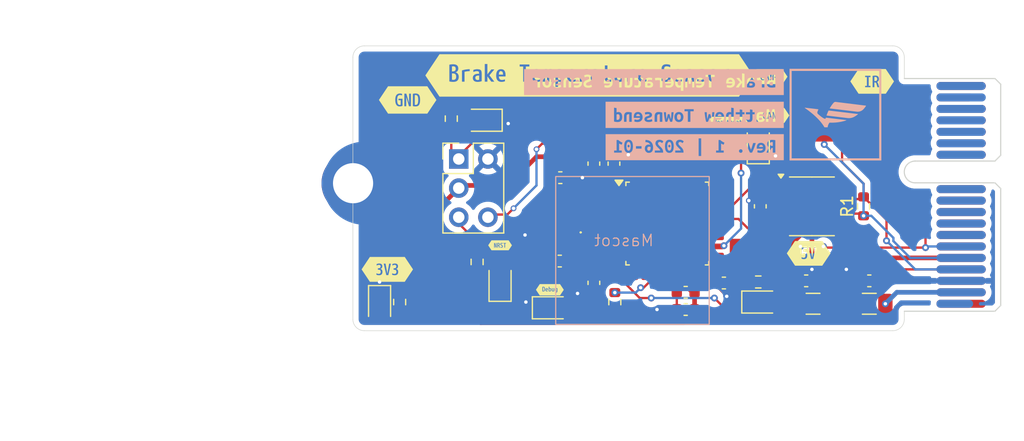
<source format=kicad_pcb>
(kicad_pcb (version 20241229) (generator "pcbnew") (generator_version "9.0")
  (layers (0 "F.Cu" signal) (2 "B.Cu" signal) (13 "F.Paste" user) (15 "B.Paste" user) (5 "F.SilkS" user "F.Silkscreen") (7 "B.SilkS" user "B.Silkscreen") (1 "F.Mask" user) (3 "B.Mask" user) (25 "Edge.Cuts" user))
  (net 0 "")
  (net 1 "+5V")
  (net 2 "GND")
  (net 3 "+3V3")
  (net 4 "/CAN_TX")
  (net 5 "/CAN_RX")
  (net 6 "/NRST")
  (net 7 "Net-(U2-PF1-OSC_OUT)")
  (net 8 "Net-(U2-PF0-OSC_IN)")
  (net 9 "/IR Output - PA0")
  (net 10 "Net-(J1-CAN-)")
  (net 11 "Net-(J1-CAN+)")
  (net 12 "/SWDIO")
  (net 13 "/SWCLK")
  (net 14 "Net-(J1-5V)")
  (net 15 "Net-(J1-3.3V)")
  (net 21 "Net-(D1-A)")
  (net 24 "Net-(D2-A)")
  (net 64 "Net-(D3-A)")
  (net 65 "Net-(D4-A)")
  (net 66 "Net-(D5-A)")
  (net 67 "Net-(D6-A)")
  (net 68 "/Heartbeat LED")
  (net 69 "/Debug LED")
  (footprint "OEM:C_0603_1608Metric" (layer "F.Cu") (at 256.755 37.59 180)
    (property "Reference" "C2" (hide yes))
    (property "Value" "C_0.1uF")
    (pad "1" smd roundrect (at -0.775 0 180) (size 0.9 0.95) (layers "F.Cu" "F.Mask" "F.Paste") (net 3 "+3V3"))
    (pad "2" smd roundrect (at 0.775 0 180) (size 0.9 0.95) (layers "F.Cu" "F.Mask" "F.Paste") (net 2 "GND"))
  )
  (footprint "OEM:LQFP-32_7x7mm_P0.8mm" (layer "F.Cu") (at 251.825 32.4)
    (property "Reference" "U2" (hide yes))
    (property "Value" "STM32G441KBT6")
    (pad "1" smd roundrect (at -4.175 -2.8) (size 1.5 0.5) (layers "F.Cu" "F.Mask" "F.Paste") (net 3 "+3V3"))
    (pad "2" smd roundrect (at -4.175 -2) (size 1.5 0.5) (layers "F.Cu" "F.Mask" "F.Paste") (net 8 "Net-(U2-PF0-OSC_IN)"))
    (pad "3" smd roundrect (at -4.175 -1.2) (size 1.5 0.5) (layers "F.Cu" "F.Mask" "F.Paste") (net 7 "Net-(U2-PF1-OSC_OUT)"))
    (pad "4" smd roundrect (at -4.175 -0.4) (size 1.5 0.5) (layers "F.Cu" "F.Mask" "F.Paste") (net 6 "/NRST"))
    (pad "5" smd roundrect (at -4.175 0.4) (size 1.5 0.5) (layers "F.Cu" "F.Mask" "F.Paste") (net 9 "/IR Output - PA0"))
    (pad "6" smd roundrect (at -4.175 1.2) (size 1.5 0.5) (layers "F.Cu" "F.Mask" "F.Paste"))
    (pad "7" smd roundrect (at -4.175 2) (size 1.5 0.5) (layers "F.Cu" "F.Mask" "F.Paste"))
    (pad "8" smd roundrect (at -4.175 2.8) (size 1.5 0.5) (layers "F.Cu" "F.Mask" "F.Paste"))
    (pad "9" smd roundrect (at -2.8 4.175) (size 0.5 1.5) (layers "F.Cu" "F.Mask" "F.Paste"))
    (pad "10" smd roundrect (at -2 4.175) (size 0.5 1.5) (layers "F.Cu" "F.Mask" "F.Paste"))
    (pad "11" smd roundrect (at -1.2 4.175) (size 0.5 1.5) (layers "F.Cu" "F.Mask" "F.Paste") (net 69 "/Debug LED"))
    (pad "12" smd roundrect (at -0.4 4.175) (size 0.5 1.5) (layers "F.Cu" "F.Mask" "F.Paste"))
    (pad "13" smd roundrect (at 0.4 4.175) (size 0.5 1.5) (layers "F.Cu" "F.Mask" "F.Paste"))
    (pad "14" smd roundrect (at 1.2 4.175) (size 0.5 1.5) (layers "F.Cu" "F.Mask" "F.Paste") (net 2 "GND"))
    (pad "15" smd roundrect (at 2 4.175) (size 0.5 1.5) (layers "F.Cu" "F.Mask" "F.Paste") (net 3 "+3V3"))
    (pad "16" smd roundrect (at 2.8 4.175) (size 0.5 1.5) (layers "F.Cu" "F.Mask" "F.Paste") (net 2 "GND"))
    (pad "17" smd roundrect (at 4.175 2.8) (size 1.5 0.5) (layers "F.Cu" "F.Mask" "F.Paste") (net 3 "+3V3"))
    (pad "18" smd roundrect (at 4.175 2) (size 1.5 0.5) (layers "F.Cu" "F.Mask" "F.Paste") (net 68 "/Heartbeat LED"))
    (pad "19" smd roundrect (at 4.175 1.2) (size 1.5 0.5) (layers "F.Cu" "F.Mask" "F.Paste"))
    (pad "20" smd roundrect (at 4.175 0.4) (size 1.5 0.5) (layers "F.Cu" "F.Mask" "F.Paste"))
    (pad "21" smd roundrect (at 4.175 -0.4) (size 1.5 0.5) (layers "F.Cu" "F.Mask" "F.Paste") (net 5 "/CAN_RX"))
    (pad "22" smd roundrect (at 4.175 -1.2) (size 1.5 0.5) (layers "F.Cu" "F.Mask" "F.Paste") (net 4 "/CAN_TX"))
    (pad "23" smd roundrect (at 4.175 -2) (size 1.5 0.5) (layers "F.Cu" "F.Mask" "F.Paste") (net 12 "/SWDIO"))
    (pad "24" smd roundrect (at 4.175 -2.8) (size 1.5 0.5) (layers "F.Cu" "F.Mask" "F.Paste") (net 13 "/SWCLK"))
    (pad "25" smd roundrect (at 2.8 -4.175) (size 0.5 1.5) (layers "F.Cu" "F.Mask" "F.Paste"))
    (pad "26" smd roundrect (at 2 -4.175) (size 0.5 1.5) (layers "F.Cu" "F.Mask" "F.Paste"))
    (pad "27" smd roundrect (at 1.2 -4.175) (size 0.5 1.5) (layers "F.Cu" "F.Mask" "F.Paste"))
    (pad "28" smd roundrect (at 0.4 -4.175) (size 0.5 1.5) (layers "F.Cu" "F.Mask" "F.Paste"))
    (pad "29" smd roundrect (at -0.4 -4.175) (size 0.5 1.5) (layers "F.Cu" "F.Mask" "F.Paste"))
    (pad "30" smd roundrect (at -1.2 -4.175) (size 0.5 1.5) (layers "F.Cu" "F.Mask" "F.Paste"))
    (pad "31" smd roundrect (at -2 -4.175) (size 0.5 1.5) (layers "F.Cu" "F.Mask" "F.Paste"))
    (pad "32" smd roundrect (at -2.8 -4.175) (size 0.5 1.5) (layers "F.Cu" "F.Mask" "F.Paste") (net 2 "GND"))
  )
  (footprint "kibuzzard-697E6E94" (layer "F.Cu") (at 269.675 20)
    (property "Reference" "kibuzzard-697E6E94" (hide yes))
    (property "Value" "G***" (hide yes))
  )
  (footprint "kibuzzard-697E6FE4" (layer "F.Cu") (at 245.02 19.48)
    (property "Reference" "kibuzzard-697E6FE4" (hide yes))
    (property "Value" "G***" (hide yes))
  )
  (footprint "kibuzzard-697E6EEF" (layer "F.Cu") (at 264.14 35)
    (property "Reference" "kibuzzard-697E6EEF" (hide yes))
    (property "Value" "G***" (hide yes))
  )
  (footprint "OEM:D_0805_2012Metric" (layer "F.Cu") (at 235.75 23.39 180)
    (property "Reference" "D6" (hide yes))
    (property "Value" "D_Red_LED")
    (pad "1" smd roundrect (at -0.9375 0 180) (size 0.975 1.4) (layers "F.Cu" "F.Mask" "F.Paste") (net 2 "GND"))
    (pad "2" smd roundrect (at 0.9375 0 180) (size 0.975 1.4) (layers "F.Cu" "F.Mask" "F.Paste") (net 67 "Net-(D6-A)"))
  )
  (footprint "OEM:R_0603_1608Metric" (layer "F.Cu") (at 235.25 35.75 -90)
    (property "Reference" "R6" (hide yes))
    (property "Value" "R_1k")
    (pad "1" smd roundrect (at -0.825 0 270) (size 0.8 0.95) (layers "F.Cu" "F.Mask" "F.Paste") (net 6 "/NRST"))
    (pad "2" smd roundrect (at 0.825 0 270) (size 0.8 0.95) (layers "F.Cu" "F.Mask" "F.Paste") (net 66 "Net-(D5-A)"))
  )
  (footprint "OEM:R_0603_1608Metric" (layer "F.Cu") (at 233 23.25 90)
    (property "Reference" "R7" (hide yes))
    (property "Value" "R_1k")
    (pad "1" smd roundrect (at -0.825 0 90) (size 0.8 0.95) (layers "F.Cu" "F.Mask" "F.Paste") (net 12 "/SWDIO"))
    (pad "2" smd roundrect (at 0.825 0 90) (size 0.8 0.95) (layers "F.Cu" "F.Mask" "F.Paste") (net 67 "Net-(D6-A)"))
  )
  (footprint "OEM:R_0603_1608Metric" (layer "F.Cu") (at 258 25.75 90)
    (property "Reference" "R4" (hide yes))
    (property "Value" "R_1k")
    (pad "1" smd roundrect (at -0.825 0 90) (size 0.8 0.95) (layers "F.Cu" "F.Mask" "F.Paste") (net 68 "/Heartbeat LED"))
    (pad "2" smd roundrect (at 0.825 0 90) (size 0.8 0.95) (layers "F.Cu" "F.Mask" "F.Paste") (net 64 "Net-(D3-A)"))
  )
  (footprint "kibuzzard-69816083" (layer "F.Cu") (at 237.25 34.3)
    (property "Reference" "kibuzzard-69816083" (hide yes))
    (property "Value" "G***" (hide yes))
  )
  (footprint "OEM:D_0805_2012Metric" (layer "F.Cu") (at 237.25 37.5 90)
    (property "Reference" "D5" (hide yes))
    (property "Value" "D_Red_LED")
    (pad "1" smd roundrect (at -0.9375 0 90) (size 0.975 1.4) (layers "F.Cu" "F.Mask" "F.Paste") (net 2 "GND"))
    (pad "2" smd roundrect (at 0.9375 0 90) (size 0.975 1.4) (layers "F.Cu" "F.Mask" "F.Paste") (net 66 "Net-(D5-A)"))
  )
  (footprint "OEM:TP_Hook_SMD" (layer "F.Cu") (at 264.5 23.75)
    (property "Reference" "TP5" (hide yes))
    (property "Value" "TP_SMD")
    (pad "1" smd rect (at 0 0) (size 4.5 3) (layers "F.Cu" "F.Mask" "F.Paste") (net 10 "Net-(J1-CAN-)"))
  )
  (footprint "OEM:Fuse_1206_3216Metric" (layer "F.Cu") (at 264.525 39.4)
    (property "Reference" "F1" (hide yes))
    (property "Value" "F_500mA_8V")
    (pad "1" smd roundrect (at -1.4 0) (size 1.25 1.75) (layers "F.Cu" "F.Mask" "F.Paste") (roundrect_rratio 0.2) (net 1 "+5V"))
    (pad "2" smd roundrect (at 1.4 0) (size 1.25 1.75) (layers "F.Cu" "F.Mask" "F.Paste") (roundrect_rratio 0.2) (net 14 "Net-(J1-5V)"))
  )
  (footprint "OEM:D_0805_2012Metric" (layer "F.Cu") (at 226.75 39.5 -90)
    (property "Reference" "D2" (hide yes))
    (property "Value" "D_Red_LED")
    (pad "1" smd roundrect (at -0.9375 0 270) (size 0.975 1.4) (layers "F.Cu" "F.Mask" "F.Paste") (net 2 "GND"))
    (pad "2" smd roundrect (at 0.9375 0 270) (size 0.975 1.4) (layers "F.Cu" "F.Mask" "F.Paste") (net 24 "Net-(D2-A)"))
  )
  (footprint "OEM:D_0805_2012Metric" (layer "F.Cu") (at 241.75 39.75)
    (property "Reference" "D4" (hide yes))
    (property "Value" "D_Red_LED")
    (pad "1" smd roundrect (at -0.9375 0) (size 0.975 1.4) (layers "F.Cu" "F.Mask" "F.Paste") (net 2 "GND"))
    (pad "2" smd roundrect (at 0.9375 0) (size 0.975 1.4) (layers "F.Cu" "F.Mask" "F.Paste") (net 65 "Net-(D4-A)"))
  )
  (footprint "OEM:D_0805_2012Metric" (layer "F.Cu") (at 259.75 25.5 90)
    (property "Reference" "D3" (hide yes))
    (property "Value" "D_Red_LED")
    (pad "1" smd roundrect (at -0.9375 0 90) (size 0.975 1.4) (layers "F.Cu" "F.Mask" "F.Paste") (net 2 "GND"))
    (pad "2" smd roundrect (at 0.9375 0 90) (size 0.975 1.4) (layers "F.Cu" "F.Mask" "F.Paste") (net 64 "Net-(D3-A)"))
  )
  (footprint "OEM:C_0603_1608Metric" (layer "F.Cu") (at 253.425 39.9 180)
    (property "Reference" "C5" (hide yes))
    (property "Value" "C_1uF")
    (pad "1" smd roundrect (at -0.775 0 180) (size 0.9 0.95) (layers "F.Cu" "F.Mask" "F.Paste") (net 3 "+3V3"))
    (pad "2" smd roundrect (at 0.775 0 180) (size 0.9 0.95) (layers "F.Cu" "F.Mask" "F.Paste") (net 2 "GND"))
  )
  (footprint "OEM:C_0603_1608Metric" (layer "F.Cu") (at 259.925 30.9 90)
    (property "Reference" "C1" (hide yes))
    (property "Value" "C_0.1uF")
    (pad "1" smd roundrect (at -0.775 0 90) (size 0.9 0.95) (layers "F.Cu" "F.Mask" "F.Paste") (net 1 "+5V"))
    (pad "2" smd roundrect (at 0.775 0 90) (size 0.9 0.95) (layers "F.Cu" "F.Mask" "F.Paste") (net 2 "GND"))
  )
  (footprint "OEM:TP_Hook_SMD" (layer "F.Cu") (at 229.25 24.5)
    (property "Reference" "TP6" (hide yes))
    (property "Value" "TP_SMD")
    (pad "1" smd rect (at 0 0) (size 4.5 3) (layers "F.Cu" "F.Mask" "F.Paste") (net 2 "GND"))
  )
  (footprint "OEM:C_0603_1608Metric" (layer "F.Cu") (at 263.925 37.4)
    (property "Reference" "C10" (hide yes))
    (property "Value" "C_10uF_10V")
    (pad "1" smd roundrect (at -0.775 0) (size 0.9 0.95) (layers "F.Cu" "F.Mask" "F.Paste") (net 1 "+5V"))
    (pad "2" smd roundrect (at 0.775 0) (size 0.9 0.95) (layers "F.Cu" "F.Mask" "F.Paste") (net 2 "GND"))
  )
  (footprint "OEM:TP_Hook_SMD" (layer "F.Cu") (at 231.975 36.41)
    (property "Reference" "TP3" (hide yes))
    (property "Value" "TP_SMD")
    (pad "1" smd rect (at 0 0) (size 4.5 3) (layers "F.Cu" "F.Mask" "F.Paste") (net 3 "+3V3"))
  )
  (footprint "OEM:C_0603_1608Metric" (layer "F.Cu") (at 242.5 28.4)
    (property "Reference" "C9" (hide yes))
    (property "Value" "C_30pF")
    (pad "1" smd roundrect (at -0.775 0) (size 0.9 0.95) (layers "F.Cu" "F.Mask" "F.Paste") (net 8 "Net-(U2-PF0-OSC_IN)"))
    (pad "2" smd roundrect (at 0.775 0) (size 0.9 0.95) (layers "F.Cu" "F.Mask" "F.Paste") (net 2 "GND"))
  )
  (footprint "kibuzzard-69816079" (layer "F.Cu") (at 241.59 38.18)
    (property "Reference" "kibuzzard-69816079" (hide yes))
    (property "Value" "G***" (hide yes))
  )
  (footprint "OEM:TP_Hook_SMD" (layer "F.Cu") (at 259.515 35.23)
    (property "Reference" "TP2" (hide yes))
    (property "Value" "TP_SMD")
    (pad "1" smd rect (at 0 0) (size 4.5 3) (layers "F.Cu" "F.Mask" "F.Paste") (net 1 "+5V"))
  )
  (footprint "OEM:R_0603_1608Metric" (layer "F.Cu") (at 259.75 37.5)
    (property "Reference" "R2" (hide yes))
    (property "Value" "R_1k")
    (pad "1" smd roundrect (at -0.825 0) (size 0.8 0.95) (layers "F.Cu" "F.Mask" "F.Paste") (net 1 "+5V"))
    (pad "2" smd roundrect (at 0.825 0) (size 0.8 0.95) (layers "F.Cu" "F.Mask" "F.Paste") (net 21 "Net-(D1-A)"))
  )
  (footprint "OEM:J_PCIe_x1_Key" (layer "F.Cu") (at 277.425 39.4 90)
    (property "Reference" "J1" (hide yes))
    (property "Value" "J_PCIe_x1")
    (fp_line (start 19.65 -4.95) (end 19.65 2.95) (stroke (width 0.1)) (layer "Edge.Cuts"))
    (fp_line (start -0.65 -4.95) (end -0.65 2.95) (stroke (width 0.1)) (layer "Edge.Cuts"))
    (fp_line (start 12.45 -4) (end 12.45 2.95) (stroke (width 0.1)) (layer "Edge.Cuts"))
    (fp_line (start 10.55 -4) (end 10.55 2.95) (stroke (width 0.1)) (layer "Edge.Cuts"))
    (fp_line (start 19.65 2.95) (end 19.15 3.45) (stroke (width 0.1)) (layer "Edge.Cuts"))
    (fp_line (start 12.45 2.95) (end 12.95 3.45) (stroke (width 0.1)) (layer "Edge.Cuts"))
    (fp_line (start 10.55 2.95) (end 10.05 3.45) (stroke (width 0.1)) (layer "Edge.Cuts"))
    (fp_line (start -0.65 2.95) (end -0.15 3.45) (stroke (width 0.1)) (layer "Edge.Cuts"))
    (fp_line (start 12.95 3.45) (end 19.15 3.45) (stroke (width 0.1)) (layer "Edge.Cuts"))
    (fp_line (start -0.15 3.45) (end 10.05 3.45) (stroke (width 0.1)) (layer "Edge.Cuts"))
    (fp_arc (start 10.55 -4) (mid 11.5 -4.95) (end 12.45 -4) (stroke (width 0.1)) (layer "Edge.Cuts"))
    (pad "A1" connect oval (at 0 -0.55 90) (size 0.7 3.2) (layers "B.Cu" "B.Mask"))
    (pad "A2" connect oval (at 1 0 90) (size 0.7 4.3) (layers "B.Cu" "B.Mask") (net 15 "Net-(J1-3.3V)"))
    (pad "A3" connect oval (at 2 0 90) (size 0.7 4.3) (layers "B.Cu" "B.Mask") (net 2 "GND"))
    (pad "A4" connect oval (at 3 0 90) (size 0.7 4.3) (layers "B.Cu" "B.Mask") (net 11 "Net-(J1-CAN+)"))
    (pad "A5" connect oval (at 4 0 90) (size 0.7 4.3) (layers "B.Cu" "B.Mask") (net 10 "Net-(J1-CAN-)"))
    (pad "A6" connect oval (at 5 0 90) (size 0.7 4.3) (layers "B.Cu" "B.Mask") (net 9 "/IR Output - PA0"))
    (pad "A7" connect oval (at 6 0 90) (size 0.7 4.3) (layers "B.Cu" "B.Mask"))
    (pad "A8" connect oval (at 7 0 90) (size 0.7 4.3) (layers "B.Cu" "B.Mask"))
    (pad "A9" connect oval (at 8 0 90) (size 0.7 4.3) (layers "B.Cu" "B.Mask"))
    (pad "A10" connect oval (at 9 0 90) (size 0.7 4.3) (layers "B.Cu" "B.Mask"))
    (pad "A11" connect oval (at 10 0 90) (size 0.7 4.3) (layers "B.Cu" "B.Mask"))
    (pad "A12" connect oval (at 13 0 90) (size 0.7 4.3) (layers "B.Cu" "B.Mask"))
    (pad "A13" connect oval (at 14 0 90) (size 0.7 4.3) (layers "B.Cu" "B.Mask"))
    (pad "A14" connect oval (at 15 0 90) (size 0.7 4.3) (layers "B.Cu" "B.Mask"))
    (pad "A15" connect oval (at 16 0 90) (size 0.7 4.3) (layers "B.Cu" "B.Mask"))
    (pad "A16" connect oval (at 17 0 90) (size 0.7 4.3) (layers "B.Cu" "B.Mask"))
    (pad "A17" connect oval (at 18 0 90) (size 0.7 4.3) (layers "B.Cu" "B.Mask"))
    (pad "A18" connect oval (at 19 0 90) (size 0.7 4.3) (layers "B.Cu" "B.Mask"))
    (pad "B1" connect oval (at 0 0 90) (size 0.7 4.3) (layers "F.Cu" "F.Mask"))
    (pad "B2" connect oval (at 1 0 90) (size 0.7 4.3) (layers "F.Cu" "F.Mask"))
    (pad "B3" connect oval (at 2 0 90) (size 0.7 4.3) (layers "F.Cu" "F.Mask"))
    (pad "B4" connect oval (at 3 0 90) (size 0.7 4.3) (layers "F.Cu" "F.Mask") (net 2 "GND"))
    (pad "B5" connect oval (at 4 0 90) (size 0.7 4.3) (layers "F.Cu" "F.Mask") (net 14 "Net-(J1-5V)"))
    (pad "B6" connect oval (at 5 0 90) (size 0.7 4.3) (layers "F.Cu" "F.Mask"))
    (pad "B7" connect oval (at 6 0 90) (size 0.7 4.3) (layers "F.Cu" "F.Mask"))
    (pad "B8" connect oval (at 7 0 90) (size 0.7 4.3) (layers "F.Cu" "F.Mask"))
    (pad "B9" connect oval (at 8 0 90) (size 0.7 4.3) (layers "F.Cu" "F.Mask"))
    (pad "B10" connect oval (at 9 0 90) (size 0.7 4.3) (layers "F.Cu" "F.Mask"))
    (pad "B11" connect oval (at 10 0 90) (size 0.7 4.3) (layers "F.Cu" "F.Mask"))
    (pad "B12" connect oval (at 13 0 90) (size 0.7 4.3) (layers "F.Cu" "F.Mask"))
    (pad "B13" connect oval (at 14 0 90) (size 0.7 4.3) (layers "F.Cu" "F.Mask"))
    (pad "B14" connect oval (at 15 0 90) (size 0.7 4.3) (layers "F.Cu" "F.Mask"))
    (pad "B15" connect oval (at 16 0 90) (size 0.7 4.3) (layers "F.Cu" "F.Mask"))
    (pad "B16" connect oval (at 17 0 90) (size 0.7 4.3) (layers "F.Cu" "F.Mask"))
    (pad "B17" connect oval (at 18 -0.55 90) (size 0.7 3.2) (layers "F.Cu" "F.Mask"))
    (pad "B18" connect oval (at 19 0 90) (size 0.7 4.3) (layers "F.Cu" "F.Mask"))
  )
  (footprint "OEM:C_0603_1608Metric" (layer "F.Cu") (at 247.175 27.175 90)
    (property "Reference" "C4" (hide yes))
    (property "Value" "C_0.1uF")
    (pad "1" smd roundrect (at -0.775 0 90) (size 0.9 0.95) (layers "F.Cu" "F.Mask" "F.Paste") (net 3 "+3V3"))
    (pad "2" smd roundrect (at 0.775 0 90) (size 0.9 0.95) (layers "F.Cu" "F.Mask" "F.Paste") (net 2 "GND"))
  )
  (footprint "OEM:H_MountingHole" (layer "F.Cu") (at 224.425 28.884 90)
    (property "Reference" "H1" (hide yes))
    (property "Value" "H_MountingHole" (hide yes))
    (pad "1" thru_hole circle (at 0 0.016 90) (size 5.499999 5.499999) (drill 3.500001) (layers "*.Cu" "*.Mask") (net 2 "GND"))
    (pad "1" smd circle (at 0 1.016 90) (size 7.249998 7.249998) (layers "B.Cu" "B.Mask") (net 2 "GND"))
  )
  (footprint "OEM:Fuse_1206_3216Metric" (layer "F.Cu") (at 269.425 39.4)
    (property "Reference" "F2" (hide yes))
    (property "Value" "F_500mA_8V")
    (pad "1" smd roundrect (at -1.4 0) (size 1.25 1.75) (layers "F.Cu" "F.Mask" "F.Paste") (roundrect_rratio 0.2) (net 3 "+3V3"))
    (pad "2" smd roundrect (at 1.4 0) (size 1.25 1.75) (layers "F.Cu" "F.Mask" "F.Paste") (roundrect_rratio 0.2) (net 15 "Net-(J1-3.3V)"))
  )
  (footprint "kibuzzard-697E6F70" (layer "F.Cu") (at 227.425 36.4)
    (property "Reference" "kibuzzard-697E6F70" (hide yes))
    (property "Value" "G***" (hide yes))
  )
  (footprint "OEM:C_0603_1608Metric" (layer "F.Cu") (at 242.45 35.675 180)
    (property "Reference" "C8" (hide yes))
    (property "Value" "C_30pF")
    (pad "1" smd roundrect (at -0.775 0 180) (size 0.9 0.95) (layers "F.Cu" "F.Mask" "F.Paste") (net 7 "Net-(U2-PF1-OSC_OUT)"))
    (pad "2" smd roundrect (at 0.775 0 180) (size 0.9 0.95) (layers "F.Cu" "F.Mask" "F.Paste") (net 2 "GND"))
  )
  (footprint "kibuzzard-69815FF8" (layer "F.Cu") (at 260.92 22.97)
    (property "Reference" "kibuzzard-69815FF8" (hide yes))
    (property "Value" "G***" (hide yes))
  )
  (footprint "OEM:R_0603_1608Metric" (layer "F.Cu") (at 228.5 39.25 -90)
    (property "Reference" "R3" (hide yes))
    (property "Value" "R_1k")
    (pad "1" smd roundrect (at -0.825 0 270) (size 0.8 0.95) (layers "F.Cu" "F.Mask" "F.Paste") (net 3 "+3V3"))
    (pad "2" smd roundrect (at 0.825 0 270) (size 0.8 0.95) (layers "F.Cu" "F.Mask" "F.Paste") (net 24 "Net-(D2-A)"))
  )
  (footprint "OEM:FA238160000MBC0 (X_16MHz_18pF_SMD - FA-238_16.0000MB-C0)" (layer "F.Cu") (at 242.425 32.075 90)
    (property "Reference" "Y1" (hide yes))
    (property "Value" "X_16MHz_18pF" (hide yes))
    (pad "1" smd rect (at -1.1 0.8 180) (size 1.2 1.4) (layers "F.Cu" "F.Mask" "F.Paste") (net 7 "Net-(U2-PF1-OSC_OUT)"))
    (pad "2" smd rect (at 1.1 0.8 180) (size 1.2 1.4) (layers "F.Cu" "F.Mask" "F.Paste") (net 2 "GND"))
    (pad "3" smd rect (at 1.1 -0.8 180) (size 1.2 1.4) (layers "F.Cu" "F.Mask" "F.Paste") (net 8 "Net-(U2-PF0-OSC_IN)"))
    (pad "4" smd rect (at -1.1 -0.8 180) (size 1.2 1.4) (layers "F.Cu" "F.Mask" "F.Paste") (net 2 "GND"))
  )
  (footprint "kibuzzard-69815FEC" (layer "F.Cu") (at 260.73 19.59)
    (property "Reference" "kibuzzard-69815FEC" (hide yes))
    (property "Value" "G***" (hide yes))
  )
  (footprint "OEM:R_0603_1608Metric" (layer "F.Cu") (at 247.25 39.25 -90)
    (property "Reference" "R5" (hide yes))
    (property "Value" "R_1k")
    (pad "1" smd roundrect (at -0.825 0 270) (size 0.8 0.95) (layers "F.Cu" "F.Mask" "F.Paste") (net 69 "/Debug LED"))
    (pad "2" smd roundrect (at 0.825 0 270) (size 0.8 0.95) (layers "F.Cu" "F.Mask" "F.Paste") (net 65 "Net-(D4-A)"))
  )
  (footprint "OEM:C_0603_1608Metric" (layer "F.Cu") (at 245.425 37.575 -90)
    (property "Reference" "C7" (hide yes))
    (property "Value" "C_0.1uF")
    (pad "1" smd roundrect (at -0.775 0 270) (size 0.9 0.95) (layers "F.Cu" "F.Mask" "F.Paste") (net 6 "/NRST"))
    (pad "2" smd roundrect (at 0.775 0 270) (size 0.9 0.95) (layers "F.Cu" "F.Mask" "F.Paste") (net 2 "GND"))
  )
  (footprint "OEM:C_0603_1608Metric" (layer "F.Cu") (at 269.425 37.4)
    (property "Reference" "C11" (hide yes))
    (property "Value" "C_10uF_10V")
    (pad "1" smd roundrect (at -0.775 0) (size 0.9 0.95) (layers "F.Cu" "F.Mask" "F.Paste") (net 3 "+3V3"))
    (pad "2" smd roundrect (at 0.775 0) (size 0.9 0.95) (layers "F.Cu" "F.Mask" "F.Paste") (net 2 "GND"))
  )
  (footprint "OEM:C_0603_1608Metric" (layer "F.Cu") (at 253.425 38.4 180)
    (property "Reference" "C3" (hide yes))
    (property "Value" "C_10nF")
    (pad "1" smd roundrect (at -0.775 0 180) (size 0.9 0.95) (layers "F.Cu" "F.Mask" "F.Paste") (net 3 "+3V3"))
    (pad "2" smd roundrect (at 0.775 0 180) (size 0.9 0.95) (layers "F.Cu" "F.Mask" "F.Paste") (net 2 "GND"))
  )
  (footprint "OEM:C_0603_1608Metric" (layer "F.Cu") (at 245.425 27.175 90)
    (property "Reference" "C6" (hide yes))
    (property "Value" "C_4.7uF")
    (pad "1" smd roundrect (at -0.775 0 90) (size 0.9 0.95) (layers "F.Cu" "F.Mask" "F.Paste") (net 3 "+3V3"))
    (pad "2" smd roundrect (at 0.775 0 90) (size 0.9 0.95) (layers "F.Cu" "F.Mask" "F.Paste") (net 2 "GND"))
  )
  (footprint "OEM:D_0805_2012Metric" (layer "F.Cu") (at 260 39.25)
    (property "Reference" "D1" (hide yes))
    (property "Value" "D_Red_LED")
    (pad "1" smd roundrect (at -0.9375 0) (size 0.975 1.4) (layers "F.Cu" "F.Mask" "F.Paste") (net 2 "GND"))
    (pad "2" smd roundrect (at 0.9375 0) (size 0.975 1.4) (layers "F.Cu" "F.Mask" "F.Paste") (net 21 "Net-(D1-A)"))
  )
  (footprint "OEM:SOIC-8_3.9x4.9mm_P1.27mm" (layer "F.Cu") (at 264.425 30.9)
    (property "Reference" "U1" (hide yes))
    (property "Value" "MCP2561-E_SN")
    (pad "1" smd roundrect (at -2.475 -1.905) (size 1.95 0.6) (layers "F.Cu" "F.Mask" "F.Paste") (net 4 "/CAN_TX"))
    (pad "2" smd roundrect (at -2.475 -0.635) (size 1.95 0.6) (layers "F.Cu" "F.Mask" "F.Paste") (net 2 "GND"))
    (pad "3" smd roundrect (at -2.475 0.635) (size 1.95 0.6) (layers "F.Cu" "F.Mask" "F.Paste") (net 1 "+5V"))
    (pad "4" smd roundrect (at -2.475 1.905) (size 1.95 0.6) (layers "F.Cu" "F.Mask" "F.Paste") (net 5 "/CAN_RX"))
    (pad "5" smd roundrect (at 2.475 1.905) (size 1.95 0.6) (layers "F.Cu" "F.Mask" "F.Paste"))
    (pad "6" smd roundrect (at 2.475 0.635) (size 1.95 0.6) (layers "F.Cu" "F.Mask" "F.Paste") (net 10 "Net-(J1-CAN-)"))
    (pad "7" smd roundrect (at 2.475 -0.635) (size 1.95 0.6) (layers "F.Cu" "F.Mask" "F.Paste") (net 11 "Net-(J1-CAN+)"))
    (pad "8" smd roundrect (at 2.475 -1.905) (size 1.95 0.6) (layers "F.Cu" "F.Mask" "F.Paste") (net 2 "GND"))
  )
  (footprint "kibuzzard-69816091" (layer "F.Cu") (at 257.1 23.525)
    (property "Reference" "kibuzzard-69816091" (hide yes))
    (property "Value" "G***" (hide yes))
  )
  (footprint "OEM:J_Programming_Pin_Header_Keyed" (layer "F.Cu") (at 233.65 26.77)
    (property "Reference" "J2" (hide yes))
    (property "Value" "J_Programming_Pin_Header")
    (pad "1" thru_hole rect (at 0 0) (size 1.7 1.7) (drill 1) (layers "*.Cu" "*.Mask") (net 12 "/SWDIO"))
    (pad "2" thru_hole circle (at 2.54 0) (size 1.7 1.7) (drill 1) (layers "*.Cu" "*.Mask") (net 2 "GND"))
    (pad "3" thru_hole circle (at 0 2.54) (size 1.7 1.7) (drill 1) (layers "*.Cu" "*.Mask") (net 3 "+3V3"))
    (pad "4" thru_hole circle (at 0 5.08) (size 1.7 1.7) (drill 1) (layers "*.Cu" "*.Mask") (net 6 "/NRST"))
    (pad "5" thru_hole circle (at 2.54 5.08) (size 1.7 1.7) (drill 1) (layers "*.Cu" "*.Mask") (net 13 "/SWCLK"))
  )
  (footprint "kibuzzard-69815F9D" (layer "F.Cu") (at 229.2 21.62)
    (property "Reference" "kibuzzard-69815F9D" (hide yes))
    (property "Value" "G***" (hide yes))
  )
  (footprint "OEM:TP_Hook_SMD" (layer "F.Cu") (at 264.5 19.75)
    (property "Reference" "TP4" (hide yes))
    (property "Value" "TP_SMD")
    (pad "1" smd rect (at 0 0) (size 4.5 3) (layers "F.Cu" "F.Mask" "F.Paste") (net 11 "Net-(J1-CAN+)"))
  )
  (footprint "OEM:R_0603_1608Metric" (layer "F.Cu") (at 268.925 30.9 90)
    (property "Reference" "R1" (at 0 -1.43 90) (layer "F.SilkS"))
    (property "Value" "R_120")
    (pad "1" smd roundrect (at -0.825 0 90) (size 0.8 0.95) (layers "F.Cu" "F.Mask" "F.Paste") (net 10 "Net-(J1-CAN-)"))
    (pad "2" smd roundrect (at 0.825 0 90) (size 0.8 0.95) (layers "F.Cu" "F.Mask" "F.Paste") (net 11 "Net-(J1-CAN+)"))
  )
  (footprint "OEM:TP_Hook_SMD" (layer "F.Cu") (at 269.675 22.75)
    (property "Reference" "TP1" (hide yes))
    (property "Value" "TP_SMD")
    (pad "1" smd rect (at 0 0) (size 4.5 3) (layers "F.Cu" "F.Mask" "F.Paste") (net 9 "/IR Output - PA0"))
  )
  (footprint "kibuzzard-697F80BA" (layer "B.Cu") (at 254.21075 25.74 180)
    (property "Reference" "kibuzzard-697F80BA" (hide yes))
    (property "Value" "G***" (hide yes))
  )
  (footprint "OEM:OEM_Logo_8mm" (layer "B.Cu") (at 266.475 22.9 180)
    (property "Reference" "REF**" (hide yes))
    (property "Value" "OEM_Logo_8mm")
  )
  (footprint "kibuzzard-697F80A9" (layer "B.Cu") (at 250.6566 20.06 180)
    (property "Reference" "kibuzzard-697F80A9" (hide yes))
    (property "Value" "G***" (hide yes))
  )
  (footprint "kibuzzard-697F802E" (layer "B.Cu") (at 254.20898 22.92 180)
    (property "Reference" "kibuzzard-697F802E" (hide yes))
    (property "Value" "G***" (hide yes))
  )
  (gr_rect (start 242.1 28.3) (end 255.475 41.2) (stroke (width 0.1)) (fill no) (layer "B.SilkS"))
  (gr_arc (start 272.475 40.75) (mid 272.182107 41.457107) (end 271.475 41.75) (stroke (width 0.05)) (layer "Edge.Cuts"))
  (gr_arc (start 225.425 41.75) (mid 224.717893 41.457107) (end 224.425 40.75) (stroke (width 0.05)) (layer "Edge.Cuts"))
  (gr_arc (start 271.475 16.9) (mid 272.182107 17.192893) (end 272.475 17.9) (stroke (width 0.05)) (layer "Edge.Cuts"))
  (gr_line (start 272.475 40.05) (end 272.475 40.75) (stroke (width 0.05)) (layer "Edge.Cuts"))
  (gr_line (start 271.475 41.75) (end 225.425 41.75) (stroke (width 0.05)) (layer "Edge.Cuts"))
  (gr_line (start 225.425 16.9) (end 271.475 16.9) (stroke (width 0.05)) (layer "Edge.Cuts"))
  (gr_line (start 272.475 19.75) (end 272.475 17.9) (stroke (width 0.05)) (layer "Edge.Cuts"))
  (gr_line (start 224.425 40.75) (end 224.425 17.9) (stroke (width 0.05)) (layer "Edge.Cuts"))
  (gr_arc (start 224.425 17.9) (mid 224.717893 17.192893) (end 225.425 16.9) (stroke (width 0.05)) (layer "Edge.Cuts"))
  (gr_text "Mascot" (at 250.71 34.46 0) (layer "B.SilkS") (effects (font (size 1 1) (thickness 0.1)) (justify left bottom mirror)))
  (segment (start 264.425 32.9) (end 264.425 34.9) (width 0.4064) (layer "F.Cu") (net 1))
  (segment (start 259.925 31.675) (end 259.925 31.4) (width 0.4064) (layer "F.Cu") (net 1))
  (segment (start 260.575 36.29) (end 259.515 35.23) (width 0.2) (layer "F.Cu") (net 1))
  (segment (start 263.92911 32.9) (end 261.59911 35.23) (width 0.4064) (layer "F.Cu") (net 1))
  (segment (start 260.06 31.535) (end 261.95 31.535) (width 0.4064) (layer "F.Cu") (net 1))
  (segment (start 261.95 31.535) (end 263.06 31.535) (width 0.4064) (layer "F.Cu") (net 1))
  (segment (start 263.15 37.4) (end 263.15 39.375) (width 0.4064) (layer "F.Cu") (net 1))
  (segment (start 258.925 35.82) (end 259.515 35.23) (width 0.2) (layer "F.Cu") (net 1))
  (segment (start 263.15 36.175) (end 263.15 37.4) (width 0.4064) (layer "F.Cu") (net 1))
  (segment (start 263.06 31.535) (end 264.425 32.9) (width 0.4064) (layer "F.Cu") (net 1))
  (segment (start 259.925 31.4) (end 260.06 31.535) (width 0.4064) (layer "F.Cu") (net 1))
  (segment (start 264.425 32.9) (end 263.92911 32.9) (width 0.4064) (layer "F.Cu") (net 1))
  (segment (start 264.425 34.9) (end 263.15 36.175) (width 0.4064) (layer "F.Cu") (net 1))
  (segment (start 258.925 37.5) (end 258.925 35.82) (width 0.2) (layer "F.Cu") (net 1))
  (segment (start 261.59911 35.23) (end 259.515 35.23) (width 0.4064) (layer "F.Cu") (net 1))
  (segment (start 263.15 39.375) (end 263.125 39.4) (width 0.4064) (layer "F.Cu") (net 1))
  (segment (start 264.194999 28.995) (end 266.9 28.995) (width 0.2) (layer "F.Cu") (net 2))
  (segment (start 244.35 38.35) (end 244.15 38.35) (width 0.2) (layer "F.Cu") (net 2))
  (segment (start 243.275 28.175) (end 244.2 28.175) (width 0.4064) (layer "F.Cu") (net 2))
  (segment (start 259.0625 39.25) (end 258.5625 38.75) (width 0.2) (layer "F.Cu") (net 2))
  (segment (start 248.925 28.4) (end 247.175 26.65) (width 0.2) (layer "F.Cu") (net 2))
  (segment (start 261.95 30.265) (end 262.924999 30.265) (width 0.2) (layer "F.Cu") (net 2))
  (segment (start 261.1875 26.4375) (end 261.25 26.5) (width 0.2) (layer "F.Cu") (net 2))
  (segment (start 249.025 28.225) (end 249.025 28.3) (width 0.2) (layer "F.Cu") (net 2))
  (segment (start 238.6875 38.4375) (end 239.5 39.25) (width 0.2) (layer "F.Cu") (net 2))
  (segment (start 255.64 37.59) (end 254.625 36.575) (width 0.2) (layer "F.Cu") (net 2))
  (segment (start 245.675 26.4) (end 247.175 26.4) (width 0.4064) (layer "F.Cu") (net 2))
  (segment (start 244.15 38.35) (end 244 38.5) (width 0.2) (layer "F.Cu") (net 2))
  (segment (start 253.025 36.075) (end 253.025 38.2) (width 0.2) (layer "F.Cu") (net 2))
  (segment (start 264.7 36.675) (end 264.425 36.4) (width 0.4064) (layer "F.Cu") (net 2))
  (segment (start 241.625 33.175) (end 241.625 32.877) (width 0.2) (layer "F.Cu") (net 2))
  (segment (start 255.98 37.59) (end 255.98 37.73) (width 0.2) (layer "F.Cu") (net 2))
  (segment (start 259.75 26.4375) (end 261.1875 26.4375) (width 0.2) (layer "F.Cu") (net 2))
  (segment (start 244.2 28.175) (end 244.425 28.4) (width 0.4064) (layer "F.Cu") (net 2))
  (segment (start 241.625 32.877) (end 243.225 31.277) (width 0.2) (layer "F.Cu") (net 2))
  (segment (start 239.65 33.175) (end 239.425 33.4) (width 0.2) (layer "F.Cu") (net 2))
  (segment (start 240.3125 39.25) (end 239.5 39.25) (width 0.2) (layer "F.Cu") (net 2))
  (segment (start 243.225 31.277) (end 243.225 30.975) (width 0.2) (layer "F.Cu") (net 2))
  (segment (start 251.1 40.075) (end 250.925 39.9) (width 0.2) (layer "F.Cu") (net 2))
  (segment (start 259.2 30.125) (end 258.925 30.4) (width 0.2) (layer "F.Cu") (net 2))
  (segment (start 259.925 30.125) (end 259.2 30.125) (width 0.2) (layer "F.Cu") (net 2))
  (segment (start 271.2 36.4) (end 270.2 37.4) (width 0.2032) (layer "F.Cu") (net 2))
  (segment (start 229.25 24.5) (end 225.026 28.724) (width 0.2) (layer "F.Cu") (net 2))
  (segment (start 264.7 37.4) (end 264.7 36.675) (width 0.4064) (layer "F.Cu") (net 2))
  (segment (start 247.175 26.4) (end 248.425 26.4) (width 0.2) (layer "F.Cu") (net 2))
  (segment (start 247.175 26.65) (end 247.175 26.4) (width 0.2) (layer "F.Cu") (net 2))
  (segment (start 249.025 28.3) (end 248.925 28.4) (width 0.2) (layer "F.Cu") (net 2))
  (segment (start 253.025 38.2) (end 252.65 38.575) (width 0.2) (layer "F.Cu") (net 2))
  (segment (start 252.65 40.075) (end 251.1 40.075) (width 0.2) (layer "F.Cu") (net 2))
  (segment (start 255.98 37.59) (end 255.64 37.59) (width 0.2) (layer "F.Cu") (net 2))
  (segment (start 225.026 28.724) (end 225.026 28.884) (width 0.2) (layer "F.Cu") (net 2))
  (segment (start 260.065 30.265) (end 259.925 30.125) (width 0.2) (layer "F.Cu") (net 2))
  (segment (start 277.425 36.4) (end 271.2 36.4) (width 0.2032) (layer "F.Cu") (net 2))
  (segment (start 237.25 38.4375) (end 238.6875 38.4375) (width 0.2) (layer "F.Cu") (net 2))
  (segment (start 237.67 23.39) (end 237.96 23.68) (width 0.2) (layer "F.Cu") (net 2))
  (segment (start 262.924999 30.265) (end 264.194999 28.995) (width 0.2) (layer "F.Cu") (net 2))
  (segment (start 270.2 37.4) (end 269.2 36.4) (width 0.2032) (layer "F.Cu") (net 2))
  (segment (start 241.625 33.175) (end 241.625 35.625) (width 0.2) (layer "F.Cu") (net 2))
  (segment (start 236.6875 23.39) (end 237.67 23.39) (width 0.2) (layer "F.Cu") (net 2))
  (segment (start 255.98 37.73) (end 257 38.75) (width 0.2) (layer "F.Cu") (net 2))
  (segment (start 226.75 38.5625) (end 226.75 37.5) (width 0.2) (layer "F.Cu") (net 2))
  (segment (start 240.8125 39.75) (end 240.3125 39.25) (width 0.2) (layer "F.Cu") (net 2))
  (segment (start 252.65 38.575) (end 252.65 40.075) (width 0.2) (layer "F.Cu") (net 2))
  (segment (start 244.35 38.35) (end 245.425 38.35) (width 0.2) (layer "F.Cu") (net 2))
  (segment (start 241.625 35.625) (end 241.675 35.675) (width 0.2) (layer "F.Cu") (net 2))
  (segment (start 269.2 36.4) (end 267.425 36.4) (width 0.2032) (layer "F.Cu") (net 2))
  (segment (start 258.5625 38.75) (end 257 38.75) (width 0.2) (layer "F.Cu") (net 2))
  (segment (start 241.625 33.175) (end 239.65 33.175) (width 0.2) (layer "F.Cu") (net 2))
  (segment (start 261.95 30.265) (end 260.065 30.265) (width 0.2) (layer "F.Cu") (net 2))
  (via (at 226.75 37.5) (size 0.6) (drill 0.3) (layers "F.Cu" "B.Cu") (net 2))
  (via (at 237.96 23.68) (size 0.6) (drill 0.3) (layers "F.Cu" "B.Cu") (net 2))
  (via (at 244 38.5) (size 0.6) (drill 0.3) (layers "F.Cu" "B.Cu") (net 2))
  (via (at 267.425 36.4) (size 0.6) (drill 0.3) (layers "F.Cu" "B.Cu") (net 2))
  (via (at 250.925 39.9) (size 0.5) (drill 0.3) (layers "F.Cu" "B.Cu") (net 2))
  (via (at 248.425 26.4) (size 0.6) (drill 0.3) (layers "F.Cu" "B.Cu") (net 2))
  (via (at 264.425 36.4) (size 0.5) (drill 0.3) (layers "F.Cu" "B.Cu") (net 2))
  (via (at 261.25 26.5) (size 0.6) (drill 0.3) (layers "F.Cu" "B.Cu") (net 2))
  (via (at 239.5 39.25) (size 0.6) (drill 0.3) (layers "F.Cu" "B.Cu") (net 2))
  (via (at 258.925 30.4) (size 0.5) (drill 0.3) (layers "F.Cu" "B.Cu") (net 2))
  (via (at 257 38.75) (size 0.6) (drill 0.3) (layers "F.Cu" "B.Cu") (net 2))
  (via (at 239.425 33.4) (size 0.5) (drill 0.3) (layers "F.Cu" "B.Cu") (net 2))
  (via (at 244.425 28.4) (size 0.5) (drill 0.3) (layers "F.Cu" "B.Cu") (net 2))
  (segment (start 230.385 38) (end 231.975 36.41) (width 0.2) (layer "F.Cu") (net 3))
  (segment (start 243.74 26.575) (end 240.425 26.575) (width 0.4064) (layer "F.Cu") (net 3))
  (segment (start 235.5708 41.0458) (end 231.975 37.45) (width 0.4064) (layer "F.Cu") (net 3))
  (segment (start 237.925 29.075) (end 233.885 29.075) (width 0.4064) (layer "F.Cu") (net 3))
  (segment (start 228.5 38.425) (end 228.5 38) (width 0.2) (layer "F.Cu") (net 3))
  (segment (start 247.65 29.6) (end 247.625 29.575) (width 0.4064) (layer "F.Cu") (net 3))
  (segment (start 255.035 40.91) (end 254.2 40.075) (width 0.4064) (layer "F.Cu") (net 3))
  (segment (start 253.825 36.575) (end 253.825 38.2) (width 0.4064) (layer "F.Cu") (net 3))
  (segment (start 245.115 27.95) (end 243.74 26.575) (width 0.4064) (layer "F.Cu") (net 3))
  (segment (start 240.425 26.575) (end 237.925 29.075) (width 0.4064) (layer "F.Cu") (net 3))
  (segment (start 254.450001 35.2) (end 253.825 35.825001) (width 0.4064) (layer "F.Cu") (net 3))
  (segment (start 228.5 38) (end 230.385 38) (width 0.2) (layer "F.Cu") (net 3))
  (segment (start 268.625 37.425) (end 268.65 37.4) (width 0.4064) (layer "F.Cu") (net 3))
  (segment (start 247.175 27.95) (end 245.115 27.95) (width 0.4064) (layer "F.Cu") (net 3))
  (segment (start 253.825 35.825001) (end 253.825 36.575) (width 0.4064) (layer "F.Cu") (net 3))
  (segment (start 253.2292 41.0458) (end 235.5708 41.0458) (width 0.4064) (layer "F.Cu") (net 3))
  (segment (start 254.2 40.075) (end 253.2292 41.0458) (width 0.4064) (layer "F.Cu") (net 3))
  (segment (start 247.425 29.375) (end 247.65 29.6) (width 0.4064) (layer "F.Cu") (net 3))
  (segment (start 247.425 28.35) (end 247.425 29.375) (width 0.4064) (layer "F.Cu") (net 3))
  (segment (start 231.975 30.985) (end 231.975 36.41) (width 0.4064) (layer "F.Cu") (net 3))
  (segment (start 268.625 39.4) (end 268.425 39.4) (width 0.4064) (layer "F.Cu") (net 3))
  (segment (start 253.825 38.2) (end 254.2 38.575) (width 0.4064) (layer "F.Cu") (net 3))
  (segment (start 268.625 39.4) (end 268.625 37.425) (width 0.4064) (layer "F.Cu") (net 3))
  (segment (start 256 35.2) (end 256 36.06) (width 0.4064) (layer "F.Cu") (net 3))
  (segment (start 256 36.06) (end 257.53 37.59) (width 0.4064) (layer "F.Cu") (net 3))
  (segment (start 233.885 29.075) (end 231.975 30.985) (width 0.4064) (layer "F.Cu") (net 3))
  (segment (start 231.975 37.45) (end 231.975 36.41) (width 0.4064) (layer "F.Cu") (net 3))
  (segment (start 254.450001 35.2) (end 256 35.2) (width 0.4064) (layer "F.Cu") (net 3))
  (segment (start 268.025 39.4) (end 268.425 39.4) (width 0.4064) (layer "F.Cu") (net 3))
  (segment (start 254.2 38.575) (end 254.2 40.075) (width 0.4064) (layer "F.Cu") (net 3))
  (segment (start 268.025 39.4) (end 266.515 40.91) (width 0.4064) (layer "F.Cu") (net 3))
  (segment (start 266.515 40.91) (end 255.035 40.91) (width 0.4064) (layer "F.Cu") (net 3))
  (segment (start 256 31.2) (end 257.124945 31.2) (width 0.2) (layer "F.Cu") (net 4))
  (segment (start 259.329945 28.995) (end 261.95 28.995) (width 0.2) (layer "F.Cu") (net 4))
  (segment (start 257.124945 31.2) (end 259.329945 28.995) (width 0.2) (layer "F.Cu") (net 4))
  (segment (start 256 32) (end 258.025 32) (width 0.2) (layer "F.Cu") (net 5))
  (segment (start 258.83 32.805) (end 261.95 32.805) (width 0.2) (layer "F.Cu") (net 5))
  (segment (start 256.180001 32.180001) (end 256 32) (width 0.2) (layer "F.Cu") (net 5))
  (segment (start 258.025 32) (end 258.83 32.805) (width 0.2) (layer "F.Cu") (net 5))
  (segment (start 233.65 32.4) (end 235.25 34) (width 0.2) (layer "F.Cu") (net 6))
  (segment (start 235.25 34) (end 235.25 34.925) (width 0.2) (layer "F.Cu") (net 6))
  (segment (start 245.425 33.475001) (end 246.900001 32) (width 0.2) (layer "F.Cu") (net 6))
  (segment (start 237.715 34.925) (end 239.6 36.81) (width 0.2) (layer "F.Cu") (net 6))
  (segment (start 246.900001 32) (end 247.65 32) (width 0.2) (layer "F.Cu") (net 6))
  (segment (start 239.6 36.81) (end 245.415 36.81) (width 0.2) (layer "F.Cu") (net 6))
  (segment (start 235.25 34.925) (end 237.715 34.925) (width 0.2) (layer "F.Cu") (net 6))
  (segment (start 245.425 36.8) (end 245.425 33.475001) (width 0.2) (layer "F.Cu") (net 6))
  (segment (start 245.415 36.81) (end 245.425 36.8) (width 0.2) (layer "F.Cu") (net 6))
  (segment (start 233.65 31.85) (end 233.65 32.4) (width 0.2) (layer "F.Cu") (net 6))
  (segment (start 245.2 31.2) (end 247.65 31.2) (width 0.2) (layer "F.Cu") (net 7))
  (segment (start 243.225 33.175) (end 245.2 31.2) (width 0.2) (layer "F.Cu") (net 7))
  (segment (start 243.225 33.175) (end 243.225 35.675) (width 0.2) (layer "F.Cu") (net 7))
  (segment (start 244.126 29.974) (end 244.552 30.4) (width 0.2) (layer "F.Cu") (net 8))
  (segment (start 241.625 30.975) (end 241.625 30.075) (width 0.2) (layer "F.Cu") (net 8))
  (segment (start 241.625 30.075) (end 241.726 29.974) (width 0.2) (layer "F.Cu") (net 8))
  (segment (start 241.726 29.974) (end 244.126 29.974) (width 0.2) (layer "F.Cu") (net 8))
  (segment (start 241.625 28.275) (end 241.725 28.175) (width 0.2) (layer "F.Cu") (net 8))
  (segment (start 244.552 30.4) (end 247.65 30.4) (width 0.2) (layer "F.Cu") (net 8))
  (segment (start 241.625 30.975) (end 241.625 28.275) (width 0.2) (layer "F.Cu") (net 8))
  (segment (start 262.165 39.835) (end 262.165 35.66) (width 0.2) (layer "F.Cu") (net 9))
  (segment (start 249.425 38.9) (end 250.425 38.9) (width 0.2) (layer "F.Cu") (net 9))
  (segment (start 247.65 32.8) (end 246.667101 32.8) (width 0.2) (layer "F.Cu") (net 9))
  (segment (start 257.4308 40.4058) (end 261.5942 40.4058) (width 0.2) (layer "F.Cu") (net 9))
  (segment (start 247.65 32.8) (end 247.865113 32.8) (width 0.2032) (layer "F.Cu") (net 9))
  (segment (start 255.925 38.9) (end 257.4308 40.4058) (width 0.2) (layer "F.Cu") (net 9))
  (segment (start 262.165 35.66) (end 263.425 34.4) (width 0.2) (layer "F.Cu") (net 9))
  (segment (start 274.324 31.074) (end 269.675 26.425) (width 0.2) (layer "F.Cu") (net 9))
  (segment (start 245.925 33.542101) (end 245.925 35.4) (width 0.2) (layer "F.Cu") (net 9))
  (segment (start 261.5942 40.4058) (end 262.165 39.835) (width 0.2) (layer "F.Cu") (net 9))
  (segment (start 247.865113 32.8) (end 247.915113 32.75) (width 0.2032) (layer "F.Cu") (net 9))
  (segment (start 265.425 34.4) (end 265.526 34.501) (width 0.2) (layer "F.Cu") (net 9))
  (segment (start 247.65 32.8) (end 247.025 32.8) (width 0.2032) (layer "F.Cu") (net 9))
  (segment (start 246.667101 32.8) (end 245.925 33.542101) (width 0.2) (layer "F.Cu") (net 9))
  (segment (start 274.324 34.501) (end 274.324 31.074) (width 0.2) (layer "F.Cu") (net 9))
  (segment (start 265.526 34.501) (end 274.324 34.501) (width 0.2) (layer "F.Cu") (net 9))
  (segment (start 245.925 35.4) (end 249.425 38.9) (width 0.2) (layer "F.Cu") (net 9))
  (segment (start 269.675 26.425) (end 269.675 22.75) (width 0.2) (layer "F.Cu") (net 9))
  (via (at 263.425 34.4) (size 0.6) (drill 0.3) (layers "F.Cu" "B.Cu") (net 9))
  (via (at 255.925 38.9) (size 0.6) (drill 0.3) (layers "F.Cu" "B.Cu") (net 9))
  (via (at 274.324 34.501) (size 0.6) (drill 0.3) (layers "F.Cu" "B.Cu") (net 9))
  (via (at 250.425 38.9) (size 0.6) (drill 0.3) (layers "F.Cu" "B.Cu") (net 9))
  (via (at 265.425 34.4) (size 0.6) (drill 0.3) (layers "F.Cu" "B.Cu") (net 9))
  (segment (start 274.324 34.501) (end 274.425 34.4) (width 0.2) (layer "B.Cu") (net 9))
  (segment (start 263.425 34.4) (end 265.425 34.4) (width 0.2) (layer "B.Cu") (net 9))
  (segment (start 250.425 38.9) (end 255.925 38.9) (width 0.2) (layer "B.Cu") (net 9))
  (segment (start 274.425 34.4) (end 277.425 34.4) (width 0.2) (layer "B.Cu") (net 9))
  (segment (start 268.78 31.725) (end 268.59 31.535) (width 0.2) (layer "F.Cu") (net 10))
  (segment (start 268.59 31.535) (end 266.9 31.535) (width 0.2) (layer "F.Cu") (net 10))
  (segment (start 265.5 25.5) (end 265.5 24.75) (width 0.2) (layer "F.Cu") (net 10))
  (segment (start 264.5 23.75) (end 264.5 24.25) (width 0.2) (layer "F.Cu") (net 10))
  (segment (start 268.925 31.725) (end 268.78 31.725) (width 0.2) (layer "F.Cu") (net 10))
  (segment (start 265.5 24.75) (end 264.5 23.75) (width 0.2) (layer "F.Cu") (net 10))
  (via (at 265.5 25.5) (size 0.6) (drill 0.3) (layers "F.Cu" "B.Cu") (net 10))
  (via (at 268.925 31.725) (size 0.6) (drill 0.3) (layers "F.Cu" "B.Cu") (net 10))
  (segment (start 271.526 33.9339) (end 272.9921 35.4) (width 0.2) (layer "B.Cu") (net 10))
  (segment (start 270.925 33.050057) (end 271.526 33.651057) (width 0.2) (layer "B.Cu") (net 10))
  (segment (start 272.9921 35.4) (end 277.425 35.4) (width 0.2) (layer "B.Cu") (net 10))
  (segment (start 268.925 31.725) (end 268.925 28.925) (width 0.2) (layer "B.Cu") (net 10))
  (segment (start 268.925 31.725) (end 269.599943 31.725) (width 0.2) (layer "B.Cu") (net 10))
  (segment (start 271.526 33.651057) (end 271.526 33.9339) (width 0.2) (layer "B.Cu") (net 10))
  (segment (start 268.925 28.925) (end 265.5 25.5) (width 0.2) (layer "B.Cu") (net 10))
  (segment (start 269.599943 31.725) (end 270.925 33.050058) (width 0.2) (layer "B.Cu") (net 10))
  (segment (start 270.925 33.050058) (end 270.925 33.050057) (width 0.2) (layer "B.Cu") (net 10))
  (segment (start 264.852 19.75) (end 267.051 21.949) (width 0.2) (layer "F.Cu") (net 11))
  (segment (start 270.925 32.075) (end 270.925 33.9) (width 0.2) (layer "F.Cu") (net 11))
  (segment (start 267.051 27.051) (end 268.925 28.925) (width 0.2) (layer "F.Cu") (net 11))
  (segment (start 268.735 30.265) (end 266.9 30.265) (width 0.2) (layer "F.Cu") (net 11))
  (segment (start 267.051 21.949) (end 267.051 27.051) (width 0.2) (layer "F.Cu") (net 11))
  (segment (start 268.925 28.925) (end 268.925 30.075) (width 0.2) (layer "F.Cu") (net 11))
  (segment (start 268.925 30.075) (end 270.925 32.075) (width 0.2) (layer "F.Cu") (net 11))
  (segment (start 264.5 19.75) (end 264.852 19.75) (width 0.2) (layer "F.Cu") (net 11))
  (segment (start 263.75 19.75) (end 264.5 19.75) (width 0.2) (layer "F.Cu") (net 11))
  (segment (start 268.925 30.075) (end 268.735 30.265) (width 0.2) (layer "F.Cu") (net 11))
  (via (at 270.925 33.9) (size 0.6) (drill 0.3) (layers "F.Cu" "B.Cu") (net 11))
  (segment (start 277.425 36.4) (end 273.425 36.4) (width 0.2) (layer "B.Cu") (net 11))
  (segment (start 273.425 36.4) (end 270.925 33.9) (width 0.2) (layer "B.Cu") (net 11))
  (segment (start 233 26.12) (end 233.65 26.77) (width 0.2) (layer "F.Cu") (net 12))
  (segment (start 256.655 30.4) (end 257.295 29.76) (width 0.2) (layer "F.Cu") (net 12))
  (segment (start 257.295 28.2029) (end 254.0421 24.95) (width 0.2) (layer "F.Cu") (net 12))
  (segment (start 257.295 29.76) (end 257.295 28.2029) (width 0.2) (layer "F.Cu") (net 12))
  (segment (start 233 24.325) (end 233 26.12) (width 0.2) (layer "F.Cu") (net 12))
  (segment (start 235.235 24.95) (end 233.65 26.535) (width 0.2) (layer "F.Cu") (net 12))
  (segment (start 256 30.4) (end 256.655 30.4) (width 0.2) (layer "F.Cu") (net 12))
  (segment (start 233.65 26.535) (end 233.465 26.535) (width 0.2) (layer "F.Cu") (net 12))
  (segment (start 254.0421 24.95) (end 235.235 24.95) (width 0.2) (layer "F.Cu") (net 12))
  (segment (start 233.465 26.535) (end 233.425 26.575) (width 0.2) (layer "F.Cu") (net 12))
  (segment (start 256 29.6) (end 256 27.475) (width 0.2) (layer "F.Cu") (net 13))
  (segment (start 237.885 31.615) (end 236.19 31.615) (width 0.2) (layer "F.Cu") (net 13))
  (segment (start 238.425 31.075) (end 237.885 31.615) (width 0.2) (layer "F.Cu") (net 13))
  (segment (start 240.9168 25.43) (end 240.425 25.9218) (width 0.2) (layer "F.Cu") (net 13))
  (segment (start 256 27.475) (end 253.955 25.43) (width 0.2) (layer "F.Cu") (net 13))
  (segment (start 253.955 25.43) (end 240.9168 25.43) (width 0.2) (layer "F.Cu") (net 13))
  (via (at 240.425 25.9218) (size 0.5) (drill 0.3) (layers "F.Cu" "B.Cu") (net 13))
  (via (at 238.425 31.075) (size 0.5) (drill 0.3) (layers "F.Cu" "B.Cu") (net 13))
  (segment (start 240.425 25.9218) (end 240.425 29.075) (width 0.2) (layer "B.Cu") (net 13))
  (segment (start 240.425 29.075) (end 238.425 31.075) (width 0.2) (layer "B.Cu") (net 13))
  (segment (start 267.095 35.4) (end 277.425 35.4) (width 0.4064) (layer "F.Cu") (net 14))
  (segment (start 265.925 36.57) (end 267.095 35.4) (width 0.4064) (layer "F.Cu") (net 14))
  (segment (start 265.925 39.4) (end 265.925 36.57) (width 0.4064) (layer "F.Cu") (net 14))
  (via (at 270.825 39.4) (size 0.6) (drill 0.3) (layers "F.Cu" "B.Cu") (net 15))
  (segment (start 271.825 38.4) (end 270.825 39.4) (width 0.4064) (layer "B.Cu") (net 15))
  (segment (start 277.425 38.4) (end 271.825 38.4) (width 0.4064) (layer "B.Cu") (net 15))
  (segment (start 260.575 37.5) (end 260.575 38.8875) (width 0.2) (layer "F.Cu") (net 21))
  (segment (start 260.575 38.8875) (end 260.9375 39.25) (width 0.2) (layer "F.Cu") (net 21))
  (segment (start 226.75 40.4375) (end 228.1375 40.4375) (width 0.2) (layer "F.Cu") (net 24))
  (segment (start 228.1375 40.4375) (end 228.5 40.075) (width 0.2) (layer "F.Cu") (net 24))
  (segment (start 258 24.925) (end 259.3875 24.925) (width 0.2) (layer "F.Cu") (net 64))
  (segment (start 259.3875 24.925) (end 259.75 24.5625) (width 0.2) (layer "F.Cu") (net 64))
  (segment (start 243.0125 40.075) (end 242.6875 39.75) (width 0.2) (layer "F.Cu") (net 65))
  (segment (start 247.25 40.075) (end 243.0125 40.075) (width 0.2) (layer "F.Cu") (net 65))
  (segment (start 235.25 36.575) (end 235.25 36.75) (width 0.2) (layer "F.Cu") (net 66))
  (segment (start 237.0625 36.75) (end 237.25 36.5625) (width 0.2) (layer "F.Cu") (net 66))
  (segment (start 235.25 36.75) (end 237.0625 36.75) (width 0.2) (layer "F.Cu") (net 66))
  (segment (start 233.8475 22.425) (end 234.8125 23.39) (width 0.2) (layer "F.Cu") (net 67))
  (segment (start 233 22.425) (end 233.8475 22.425) (width 0.2) (layer "F.Cu") (net 67))
  (segment (start 256 34.4) (end 256.693154 34.4) (width 0.2) (layer "F.Cu") (net 68))
  (segment (start 256.693154 34.4) (end 256.757207 34.335947) (width 0.2) (layer "F.Cu") (net 68))
  (segment (start 258.25 28) (end 258.25 26.825) (width 0.2) (layer "F.Cu") (net 68))
  (segment (start 258.25 26.825) (end 258 26.575) (width 0.2) (layer "F.Cu") (net 68))
  (via (at 256.757207 34.335947) (size 0.6) (drill 0.3) (layers "F.Cu" "B.Cu") (net 68))
  (via (at 258.25 28) (size 0.6) (drill 0.3) (layers "F.Cu" "B.Cu") (net 68))
  (segment (start 258.25 32.843154) (end 258.25 28) (width 0.2) (layer "B.Cu") (net 68))
  (segment (start 256.757207 34.335947) (end 258.25 32.843154) (width 0.2) (layer "B.Cu") (net 68))
  (segment (start 249.755918 38) (end 249.5 38) (width 0.2) (layer "F.Cu") (net 69))
  (segment (start 250.75 37.005918) (end 249.755918 38) (width 0.2) (layer "F.Cu") (net 69))
  (segment (start 250.675 36.575) (end 250.75 36.5) (width 0.2) (layer "F.Cu") (net 69))
  (segment (start 250.625 36.575) (end 250.675 36.575) (width 0.2) (layer "F.Cu") (net 69))
  (segment (start 250.75 36.5) (end 250.75 37.005918) (width 0.2) (layer "F.Cu") (net 69))
  (via (at 249.5 38) (size 0.6) (drill 0.3) (layers "F.Cu" "B.Cu") (net 69))
  (via (at 247.25 38.425) (size 0.6) (drill 0.3) (layers "F.Cu" "B.Cu") (net 69))
  (segment (start 249.075 38.425) (end 247.25 38.425) (width 0.2) (layer "B.Cu") (net 69))
  (segment (start 249.5 38) (end 249.075 38.425) (width 0.2) (layer "B.Cu") (net 69))
  (zone (net 2) (net_name "GND") (layer "B.Cu") (connect_pads (clearance 0.5)) (min_thickness 0.25) (fill yes (thermal_gap 0.5) (thermal_bridge_width 0.5))
    (polygon (pts (xy 193.675 14.9) (xy 221.925 12.9) (xy 282.925 13.9) (xy 282.425 44.9) (xy 203.675 51.4)))
  )
)
</source>
